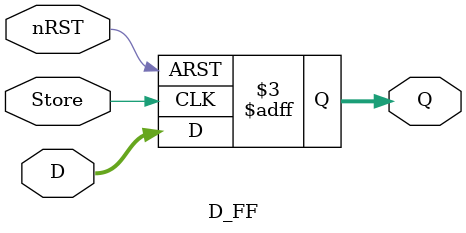
<source format=v>
/*
Description:D flip-flop
*/ 
module D_FF (Q, D, Store, nRST);
parameter   N =  3;
output reg [N:0] Q; 
input      [N:0] D;
input  Store, nRST; 

always @(posedge Store or negedge nRST)
begin
	if (!nRST) Q <= 4'b0000; 
	else Q <= D;
end
endmodule
</source>
